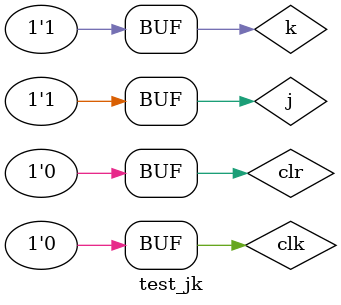
<source format=sv>
module test_jk;
  reg j;
  reg k;
  reg clk;
  reg clr;
  wire q;
  
  // Instantiate design under test
  jkff dut (
    .j(j),
    .k(k),
    .clk(clk),
    .reset(clr),
    .q(q)
  );
          
  initial begin
    // Dump waves
    $dumpfile("test_jk.vcd");
    $dumpvars(1);
    
    clk=0;
    clr=0;
    j=1;
    k=0;
    #1 clk=1; #1 clk=0;
    j=0;
    #1 clk=1; #1 clk=0;
    k=1;
    #1 clk=1; #1 clk=0;
    k=0;
    #1 clk=1; #1 clk=0;
    j=1;
    k=1;
    #1 clk=1; #1 clk=0;
    #1 clk=1; #1 clk=0;
    #1 clk=1; #1 clk=0;
    j=0;
    k=0;
    #1 clk=1; #1 clk=0;
    #1 clk=1; #1 clk=0;
    #1 clk=1; #1 clk=0;
    clr=1;
    #1 clk=1; #1 clk=0;
    clr=0;
    j=1;
    k=1;
    #1 clk=1; #1 clk=0;



  end
  
endmodule

</source>
